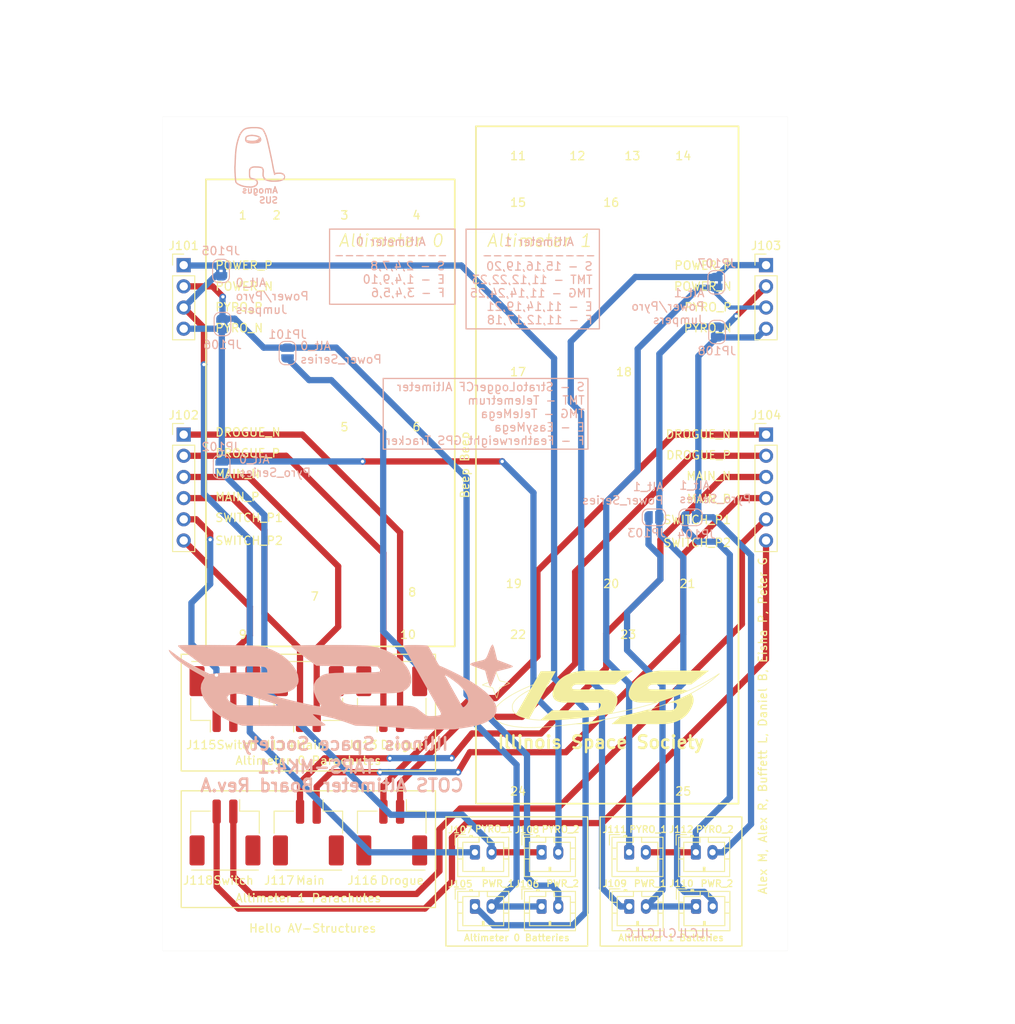
<source format=kicad_pcb>
(kicad_pcb (version 20211014) (generator pcbnew)
  (title_block (title "TARS MK4.1 COTS Altimeter Board") (date "2023-05-19") (rev "A") (comment 4 "Contributors: Peter Giannetos"))
  (layers (0 "F.Cu" signal) (31 "B.Cu" signal) (34 "B.Paste" user) (35 "F.Paste" user) (36 "B.SilkS" user "B.Silkscreen") (37 "F.SilkS" user "F.Silkscreen") (38 "B.Mask" user) (39 "F.Mask" user) (44 "Edge.Cuts" user))
  (net 0 "")
  (net 1 "/ALT_0_POWER_P")
  (net 2 "/ALT_0_POWER_N")
  (net 3 "/ALT_0_PYRO_P")
  (net 4 "/ALT_0_PYRO_N")
  (net 5 "/ALT_0_DROGUE_A")
  (net 6 "/ALT_0_DROGUE_B")
  (net 7 "/ALT_0_MAIN_A")
  (net 8 "/ALT_0_MAIN_B")
  (net 9 "/ALT_0_SWITCH_A")
  (net 10 "/ALT_1_POWER_P")
  (net 11 "/ALT_1_POWER_N")
  (net 12 "/ALT_1_PYRO_P")
  (net 13 "/ALT_1_PYRO_N")
  (net 14 "/ALT_1_DROGUE_A")
  (net 15 "/ALT_1_DROGUE_B")
  (net 16 "/ALT_1_MAIN_A")
  (net 17 "/ALT_1_MAIN_B")
  (net 18 "/ALT_1_SWITCH_A")
  (net 19 "Net-(J105-Pad2)")
  (net 20 "Net-(J107-Pad2)")
  (net 21 "Net-(J109-Pad2)")
  (net 22 "Net-(J111-Pad2)")
  (net 23 "/ALT_0_SWITCH_B")
  (net 24 "/ALT_1_SWITCH_B")
  (footprint "Connector_Molex:Molex_CLIK-Mate_502443-0270_1x02-1MP_P2.00mm_Vertical" (layer "F.Cu") (at 71.5 113)
    (fp_text reference "J115")
    (fp_text value "Molex_CLIK-Mate_502443-0270")
  )
  (footprint "MountingHole:MountingHole_3.2mm_M3_ISO7380" (layer "F.Cu") (at 120.3706 51.670966)
    (fp_text reference "REF**" hide)
    (fp_text value "MountingHole_3.2mm_M3_ISO7380")
  )
  (footprint "Connector_JST:JST_PH_B2B-PH-K_1x02_P2.00mm_Vertical" (layer "F.Cu") (at 101.4746 137.874966)
    (fp_text reference "J105")
    (fp_text value "JST_PH_B2B-PH-K_1x02_P2.00mm_Vertical")
  )
  (footprint "MountingHole:MountingHole_3.2mm_M3_ISO7380" (layer "F.Cu") (at 83.82 53.34)
    (fp_text reference "REF**" hide)
    (fp_text value "MountingHole_3.2mm_M3_ISO7380")
  )
  (footprint "MountingHole:MountingHole_3.2mm_M3_ISO7380" (layer "F.Cu") (at 80.01 53.34)
    (fp_text reference "REF**" hide)
    (fp_text value "MountingHole_3.2mm_M3_ISO7380")
  )
  (footprint "Connector_PinHeader_2.54mm:PinHeader_1x06_P2.54mm_Vertical" (layer "F.Cu") (at 66.548 81.28)
    (fp_text reference "J102")
    (fp_text value "PinHeader_1x06_P2.54mm_Vertical")
  )
  (footprint "Connector_JST:JST_PH_B2B-PH-K_1x02_P2.00mm_Vertical" (layer "F.Cu") (at 109.4746 131.374966)
    (fp_text reference "J108")
    (fp_text value "JST_PH_B2B-PH-K_1x02_P2.00mm_Vertical")
  )
  (footprint "MountingHole:MountingHole_3.2mm_M3_ISO7380" (layer "F.Cu") (at 103.8606 103.740966)
    (fp_text reference "REF**" hide)
    (fp_text value "MountingHole_3.2mm_M3_ISO7380")
  )
  (footprint "Connector_PinHeader_2.54mm:PinHeader_1x04_P2.54mm_Vertical" (layer "F.Cu") (at 66.548 60.96)
    (fp_text reference "J101")
    (fp_text value "PinHeader_1x04_P2.54mm_Vertical")
  )
  (footprint "MountingHole:MountingHole_3.2mm_M3_ISO7380" (layer "F.Cu") (at 71.12 53.34)
    (fp_text reference "REF**" hide)
    (fp_text value "MountingHole_3.2mm_M3_ISO7380")
  )
  (footprint "MountingHole:MountingHole_3.2mm_M3_ISO7380" (layer "F.Cu") (at 122.9106 46.590966)
    (fp_text reference "REF**" hide)
    (fp_text value "MountingHole_3.2mm_M3_ISO7380")
  )
  (footprint "MountingHole:MountingHole_3.2mm_M3_ISO7380" (layer "F.Cu") (at 103.8606 46.590966)
    (fp_text reference "REF**" hide)
    (fp_text value "MountingHole_3.2mm_M3_ISO7380")
  )
  (footprint "Logo_Test:Logo_50x50" (layer "F.Cu") (at 116.531263 112.920859)
    (fp_text reference "G***" hide)
    (fp_text value "LOGO" hide)
  )
  (footprint "MountingHole:MountingHole_3.2mm_M3_ISO7380" (layer "F.Cu") (at 120.3706 97.390966)
    (fp_text reference "REF**" hide)
    (fp_text value "MountingHole_3.2mm_M3_ISO7380")
  )
  (footprint "MountingHole:MountingHole_3.2mm_M3_ISO7380" (layer "F.Cu") (at 129.2606 97.390966)
    (fp_text reference "REF**" hide)
    (fp_text value "MountingHole_3.2mm_M3_ISO7380")
  )
  (footprint "Connector_Molex:Molex_CLIK-Mate_502443-0270_1x02-1MP_P2.00mm_Vertical" (layer "F.Cu") (at 91.5 129 180)
    (fp_text reference "J116")
    (fp_text value "Molex_CLIK-Mate_502443-0270")
  )
  (footprint "MountingHole:MountingHole_3.2mm_M3_ISO7380" (layer "F.Cu") (at 103.8606 51.670966)
    (fp_text reference "REF**" hide)
    (fp_text value "MountingHole_3.2mm_M3_ISO7380")
  )
  (footprint "MountingHole:MountingHole_3.2mm_M3_ISO7380" (layer "F.Cu") (at 103.8606 97.390966)
    (fp_text reference "REF**" hide)
    (fp_text value "MountingHole_3.2mm_M3_ISO7380")
  )
  (footprint "MountingHole:MountingHole_3.2mm_M3_ISO7380" (layer "F.Cu") (at 80.01 99.06)
    (fp_text reference "REF**" hide)
    (fp_text value "MountingHole_3.2mm_M3_ISO7380")
  )
  (footprint "Connector_JST:JST_PH_B2B-PH-K_1x02_P2.00mm_Vertical" (layer "F.Cu") (at 119.9896 137.874966)
    (fp_text reference "J109")
    (fp_text value "JST_PH_B2B-PH-K_1x02_P2.00mm_Vertical")
  )
  (footprint "MountingHole:MountingHole_3.2mm_M3_ISO7380" (layer "F.Cu") (at 103.8606 122.789995)
    (fp_text reference "REF**" hide)
    (fp_text value "MountingHole_3.2mm_M3_ISO7380")
  )
  (footprint "MountingHole:MountingHole_3.2mm_M3_ISO7380" (layer "F.Cu") (at 103.8606 71.990966)
    (fp_text reference "REF**" hide)
    (fp_text value "MountingHole_3.2mm_M3_ISO7380")
  )
  (footprint "MountingHole:MountingHole_3.2mm_M3_ISO7380" (layer "F.Cu") (at 116.5606 46.590966)
    (fp_text reference "REF**" hide)
    (fp_text value "MountingHole_3.2mm_M3_ISO7380")
  )
  (footprint "MountingHole:MountingHole_3.2mm_M3_ISO7380" (layer "F.Cu") (at 136.008 140.18)
    (fp_text reference "REF**" hide)
    (fp_text value "MountingHole_3.2mm_M3_ISO7380")
  )
  (footprint "Connector_JST:JST_PH_B2B-PH-K_1x02_P2.00mm_Vertical" (layer "F.Cu") (at 119.9746 131.374966)
    (fp_text reference "J111")
    (fp_text value "JST_PH_B2B-PH-K_1x02_P2.00mm_Vertical")
  )
  (footprint "Connector_JST:JST_PH_B2B-PH-K_1x02_P2.00mm_Vertical" (layer "F.Cu") (at 127.9746 131.374966)
    (fp_text reference "J112")
    (fp_text value "JST_PH_B2B-PH-K_1x02_P2.00mm_Vertical")
  )
  (footprint "MountingHole:MountingHole_3.2mm_M3_ISO7380" (layer "F.Cu") (at 116.5606 71.990966)
    (fp_text reference "REF**" hide)
    (fp_text value "MountingHole_3.2mm_M3_ISO7380")
  )
  (footprint "Connector_PinHeader_2.54mm:PinHeader_1x04_P2.54mm_Vertical" (layer "F.Cu") (at 136.398 60.96)
    (fp_text reference "J103")
    (fp_text value "PinHeader_1x04_P2.54mm_Vertical")
  )
  (footprint "Connector_Molex:Molex_CLIK-Mate_502443-0270_1x02-1MP_P2.00mm_Vertical" (layer "F.Cu") (at 81.5 129 180)
    (fp_text reference "J117")
    (fp_text value "Molex_CLIK-Mate_502443-0270")
  )
  (footprint "MountingHole:MountingHole_3.2mm_M3_ISO7380" (layer "F.Cu") (at 96.52 104.14)
    (fp_text reference "REF**" hide)
    (fp_text value "MountingHole_3.2mm_M3_ISO7380")
  )
  (footprint "MountingHole:MountingHole_3.2mm_M3_ISO7380" (layer "F.Cu") (at 83.82 78.74)
    (fp_text reference "REF**" hide)
    (fp_text value "MountingHole_3.2mm_M3_ISO7380")
  )
  (footprint "MountingHole:MountingHole_3.2mm_M3_ISO7380" (layer "F.Cu") (at 96.52 99.06)
    (fp_text reference "REF**" hide)
    (fp_text value "MountingHole_3.2mm_M3_ISO7380")
  )
  (footprint "Connector_Molex:Molex_CLIK-Mate_502443-0270_1x02-1MP_P2.00mm_Vertical" (layer "F.Cu") (at 71.5 129 180)
    (fp_text reference "J118")
    (fp_text value "Molex_CLIK-Mate_502443-0270")
  )
  (footprint "MountingHole:MountingHole_3.2mm_M3_ISO7380" (layer "F.Cu") (at 129.2606 46.590966)
    (fp_text reference "REF**" hide)
    (fp_text value "MountingHole_3.2mm_M3_ISO7380")
  )
  (footprint "Connector_Molex:Molex_CLIK-Mate_502443-0270_1x02-1MP_P2.00mm_Vertical" (layer "F.Cu") (at 81.5 113)
    (fp_text reference "J114")
    (fp_text value "Molex_CLIK-Mate_502443-0270")
  )
  (footprint "MountingHole:MountingHole_3.2mm_M3_ISO7380" (layer "F.Cu") (at 96.52 78.74)
    (fp_text reference "REF**" hide)
    (fp_text value "MountingHole_3.2mm_M3_ISO7380")
  )
  (footprint "Connector_JST:JST_PH_B2B-PH-K_1x02_P2.00mm_Vertical" (layer "F.Cu") (at 109.4746 137.874966)
    (fp_text reference "J106")
    (fp_text value "JST_PH_B2B-PH-K_1x02_P2.00mm_Vertical")
  )
  (footprint "Connector_Molex:Molex_CLIK-Mate_502443-0270_1x02-1MP_P2.00mm_Vertical" (layer "F.Cu") (at 91.5 113)
    (fp_text reference "J113")
    (fp_text value "Molex_CLIK-Mate_502443-0270")
  )
  (footprint "MountingHole:MountingHole_3.2mm_M3_ISO7380" (layer "F.Cu") (at 71.12 104.14)
    (fp_text reference "REF**" hide)
    (fp_text value "MountingHole_3.2mm_M3_ISO7380")
  )
  (footprint "MountingHole:MountingHole_3.2mm_M3_ISO7380" (layer "F.Cu") (at 67.008 140.18)
    (fp_text reference "REF**" hide)
    (fp_text value "MountingHole_3.2mm_M3_ISO7380")
  )
  (footprint "MountingHole:MountingHole_3.2mm_M3_ISO7380" (layer "F.Cu") (at 122.9106 103.740966)
    (fp_text reference "REF**" hide)
    (fp_text value "MountingHole_3.2mm_M3_ISO7380")
  )
  (footprint "MountingHole:MountingHole_3.2mm_M3_ISO7380" (layer "F.Cu") (at 67.008 46.18)
    (fp_text reference "REF**" hide)
    (fp_text value "MountingHole_3.2mm_M3_ISO7380")
  )
  (footprint "Connector_JST:JST_PH_B2B-PH-K_1x02_P2.00mm_Vertical" (layer "F.Cu") (at 101.4746 131.374966)
    (fp_text reference "J107")
    (fp_text value "JST_PH_B2B-PH-K_1x02_P2.00mm_Vertical")
  )
  (footprint "Connector_PinHeader_2.54mm:PinHeader_1x06_P2.54mm_Vertical" (layer "F.Cu") (at 136.398 81.28)
    (fp_text reference "J104")
    (fp_text value "PinHeader_1x06_P2.54mm_Vertical")
  )
  (footprint "MountingHole:MountingHole_3.2mm_M3_ISO7380" (layer "F.Cu") (at 96.52 53.34)
    (fp_text reference "REF**" hide)
    (fp_text value "MountingHole_3.2mm_M3_ISO7380")
  )
  (footprint "MountingHole:MountingHole_3.2mm_M3_ISO7380" (layer "F.Cu") (at 136.008 46.18)
    (fp_text reference "REF**" hide)
    (fp_text value "MountingHole_3.2mm_M3_ISO7380")
  )
  (footprint "MountingHole:MountingHole_3.2mm_M3_ISO7380" (layer "F.Cu") (at 129.2606 122.789995)
    (fp_text reference "REF**" hide)
    (fp_text value "MountingHole_3.2mm_M3_ISO7380")
  )
  (footprint "Connector_JST:JST_PH_B2B-PH-K_1x02_P2.00mm_Vertical" (layer "F.Cu") (at 128 137.874966)
    (fp_text reference "J110")
    (fp_text value "JST_PH_B2B-PH-K_1x02_P2.00mm_Vertical")
  )
  (footprint "Jumper:SolderJumper-2_P1.3mm_Bridged2Bar_RoundedPad1.0x1.5mm" (layer "B.Cu") (at 71.2 68.025 -90)
    (fp_text reference "JP106")
    (fp_text value "Jumper_2_Open")
  )
  (footprint "Jumper:SolderJumper-2_P1.3mm_Bridged2Bar_RoundedPad1.0x1.5mm" (layer "B.Cu") (at 71.025 61.65 -90)
    (fp_text reference "JP105")
    (fp_text value "Jumper_2_Open")
  )
  (footprint "Jumper:SolderJumper-2_P1.3mm_Open_RoundedPad1.0x1.5mm" (layer "B.Cu") (at 122.95 91.2 180)
    (fp_text reference "JP103")
    (fp_text value "Jumper_2_Open")
  )
  (footprint "Logos_ISS:ISS_LOGO_small" (layer "B.Cu") (at 84.962914 112.006208 180)
    (fp_text reference "G***" hide)
    (fp_text value "LOGO" hide)
  )
  (footprint "Jumper:SolderJumper-2_P1.3mm_Open_RoundedPad1.0x1.5mm" (layer "B.Cu") (at 79 71.5 -90)
    (fp_text reference "JP101")
    (fp_text value "Jumper_2_Open")
  )
  (footprint "Jumper:SolderJumper-2_P1.3mm_Open_RoundedPad1.0x1.5mm" (layer "B.Cu") (at 71.1 85.15 -90)
    (fp_text reference "JP102")
    (fp_text value "Jumper_2_Open")
  )
  (footprint "Jumper:SolderJumper-2_P1.3mm_Open_RoundedPad1.0x1.5mm" (layer "B.Cu") (at 127.35 91.2 180)
    (fp_text reference "JP104")
    (fp_text value "Jumper_2_Open")
  )
  (footprint "Jumper:SolderJumper-2_P1.3mm_Bridged2Bar_RoundedPad1.0x1.5mm" (layer "B.Cu") (at 130.525 68.975 -90)
    (fp_text reference "JP108")
    (fp_text value "Jumper_2_Open")
  )
  (footprint "memes:Amogus" (layer "B.Cu") (at 75.6446 47.994966 180)
    (fp_text reference "G***" hide)
    (fp_text value "LOGO" hide)
  )
  (footprint "Jumper:SolderJumper-2_P1.3mm_Bridged2Bar_RoundedPad1.0x1.5mm" (layer "B.Cu") (at 130.425 63.025 -90)
    (fp_text reference "JP107")
    (fp_text value "Jumper_2_Open")
  )
  (gr_rect (start 99.0946 65.648966) (end 84.0446 56.630966) (layer "B.SilkS") (width 0.15) (fill none))
  (gr_rect (start 116.4046 68.600966) (end 100.4146 56.644966) (layer "B.SilkS") (width 0.15) (fill none))
  (gr_rect (start 115.0346 83.022966) (end 90.4766 74.546966) (layer "B.SilkS") (width 0.15) (fill none))
  (gr_rect (start 98 142.624966) (end 115 127.124966) (layer "F.SilkS") (width 0.15) (fill none))
  (gr_rect (start 96.75 124) (end 66.25 138) (layer "F.SilkS") (width 0.15) (fill none))
  (gr_rect (start 69.215 50.673) (end 99.06 106.68) (layer "F.SilkS") (width 0.2) (fill none))
  (gr_rect locked (start 101.6 44.308) (end 133.096 125.542) (layer "F.SilkS") (width 0.2) (fill none))
  (gr_rect (start 116.5 142.624966) (end 133.5 127.124966) (layer "F.SilkS") (width 0.15) (fill none))
  (gr_rect (start 96.75 107.624966) (end 66.25 121.624966) (layer "F.SilkS") (width 0.15) (fill none))
  (gr_rect (start 64.008 43.18) (end 139.008 143.18) (layer "Edge.Cuts") (width 0.01) (fill none))
  (gr_text "Alt_1\nPower_Series" (at 124.1946 88.354966) (layer "B.SilkS") (effects (font (size 1 1)) (justify left mirror)))
  (gr_text "Altimeter 0\n-----------" (at 91.3846 58.944966) (layer "B.SilkS") (effects (font (size 1 1)) (justify mirror)))
  (gr_text "Alt_1\nPyro_Series" (at 125.8946 88.184966) (layer "B.SilkS") (effects (font (size 1 1)) (justify right mirror)))
  (gr_text "Alt_0\nPower/Pyro\nJumpers" (at 72.6846 64.674966) (layer "B.SilkS") (effects (font (size 1 1)) (justify right mirror)))
  (gr_text "Alt_1\nPower/Pyro\nJumpers" (at 129.1046 65.904966) (layer "B.SilkS") (effects (font (size 1 1)) (justify left mirror)))
  (gr_text "COTS Altimeter Board Rev.A" (at 84.326286 123.363725) (layer "B.SilkS") (effects (font (size 1.5 1.5) (thickness 0.3)) (justify mirror)))
  (gr_text "Alt_0\nPyro_Series" (at 73.0846 85.034966) (layer "B.SilkS") (effects (font (size 1 1)) (justify right mirror)))
  (gr_text "S - 15,16,19,20\nTMT - 11,12,22,23\nTMG - 11,14,24,25\nE - 11,14,19,21\nF - 11,12,17,18" (at 115.6846 64.314966) (layer "B.SilkS") (effects (font (size 1 1)) (justify left mirror)))
  (gr_text "Illinois Space Society" (at 85.8946 118.384966) (layer "B.SilkS") (effects (font (size 1.5 1.5) (thickness 0.3)) (justify mirror)))
  (gr_text "Altimeter 1\n-----------" (at 109.1546 58.954966) (layer "B.SilkS") (effects (font (size 1 1)) (justify mirror)))
  (gr_text "S - StratoLoggerCF Altimeter\nTMT - Telemetrum\nTMG - TeleMega\nE - EasyMega\nF - Featherweight GPS Tracker" (at 114.7346 78.784966) (layer "B.SilkS") (effects (font (size 1 1)) (justify left mirror)))
  (gr_text "JLCJLCJLCJLC" (at 124.6746 141.084966) (layer "B.SilkS") (effects (font (size 1 1)) (justify mirror)))
  (gr_text "TARS-MK4.1" (at 82.4146 121.134966) (layer "B.SilkS") (effects (font (size 1.5 1.5) (thickness 0.3)) (justify mirror)))
  (gr_text "S - 2,4,7,8\nE - 1,4,9,10\nF - 3,4,5,6" (at 97.9746 62.664966) (layer "B.SilkS") (effects (font (size 1 1)) (justify left mirror)))
  (gr_text "Amogus\nSUS" (at 77.9246 52.564966) (layer "B.SilkS") (effects (font (size 0.75 0.75)) (justify left mirror)))
  (gr_text "Alt_0\nPower_Series" (at 80.4346 71.444966) (layer "B.SilkS") (effects (font (size 1 1)) (justify right mirror)))
  (gr_text "SWITCH_P1" (at 123.988095 91.5) (layer "F.SilkS") (effects (font (size 1 1)) (justify left)))
  (gr_text "6" (at 94.4626 80.372966) (layer "F.SilkS") (effects (font (size 1 1))))
  (gr_text "Switch" (at 72.8992 118.5) (layer "F.SilkS") (effects (font (size 1 1))))
  (gr_text "POWER_P" (at 125.309524 61) (layer "F.SilkS") (effects (font (size 1 1)) (justify left)))
  (gr_text "Altimeter 0" (at 91.4146 58.020966) (layer "F.SilkS") (effects (font (size 1.5 1.5) (thickness 0.15) italic)))
  (gr_text "POWER_P" (at 70.25 61) (layer "F.SilkS") (effects (font (size 1 1)) (justify left)))
  (gr_text "POWER_N" (at 125.261905 63.5) (layer "F.SilkS") (effects (font (size 1 1)) (justify left)))
  (gr_text "12" (at 113.7666 47.860966) (layer "F.SilkS") (effects (font (size 1 1))))
  (gr_text "19" (at 106.1466 99.168966) (layer "F.SilkS") (effects (font (size 1 1))))
  (gr_text "5" (at 85.8266 80.372966) (layer "F.SilkS") (effects (font (size 1 1))))
  (gr_text "PYRO_1" (at 103.75 128.574966) (layer "F.SilkS") (effects (font (size 0.8 0.8))))
  (gr_text "Altimeter 1" (at 109.1946 58.020966) (layer "F.SilkS") (effects (font (size 1.5 1.5) (thickness 0.15) italic)))
  (gr_text "MAIN_P" (at 126.797619 89) (layer "F.SilkS") (effects (font (size 1 1)) (justify left)))
  (gr_text "10" (at 93.4466 105.264966) (layer "F.SilkS") (effects (font (size 1 1))))
  (gr_text "Main" (at 81.75 118.5) (layer "F.SilkS") (effects (font (size 1 1))))
  (gr_text "DROGUE_N" (at 70.25 81) (layer "F.SilkS") (effects (font (size 1 1)) (justify left)))
  (gr_text "2" (at 77.6986 54.972966) (layer "F.SilkS") (effects (font (size 1 1))))
  (gr_text "14" (at 126.4666 47.860966) (layer "F.SilkS") (effects (font (size 1 1))))
  (gr_text "11" (at 106.6546 47.860966) (layer "F.SilkS") (effects (font (size 1 1))))
  (gr_text "Alex M, Alex R, Buffett L, Daniel B, Eisha P, Peter G" (at 136.0046 116.194966 90) (layer "F.SilkS") (effects (font (size 1 1))))
  (gr_text "18" (at 119.3546 73.768966) (layer "F.SilkS") (effects (font (size 1 1))))
  (gr_text "7" (at 82.2706 100.692966) (layer "F.SilkS") (effects (font (size 1 1))))
  (gr_text "Switch" (at 72.5246 134.75) (layer "F.SilkS") (effects (font (size 1 1))))
  (gr_text "PYRO_1\n" (at 122.25 128.624966) (layer "F.SilkS") (effects (font (size 0.8 0.8))))
  (gr_text "Illinois Space Society" (at 116.5946 118.174966) (layer "F.SilkS") (effects (font (size 1.5 1.5) (thickness 0.3))))
  (gr_text "25" (at 126.4666 124.060966) (layer "F.SilkS") (effects (font (size 1 1))))
  (gr_text "DROGUE_P" (at 70.25 83.5) (layer "F.SilkS") (effects (font (size 1 1)) (justify left)))
  (gr_text "PYRO_N" (at 70.25 68.5) (layer "F.SilkS") (effects (font (size 1 1)) (justify left)))
  (gr_text "13" (at 120.3706 47.860966) (layer "F.SilkS") (effects (font (size 1 1))))
  (gr_text "PWR_2" (at 130.5 135.124966) (layer "F.SilkS") (effects (font (size 0.8 0.8))))
  (gr_text "3" (at 85.8266 54.972966) (layer "F.SilkS") (effects (font (size 1 1))))
  (gr_text "15" (at 106.6546 53.448966) (layer "F.SilkS") (effects (font (size 1 1))))
  (gr_text "DROGUE_N" (at 124.273809 81.25) (layer "F.SilkS") (effects (font (size 1 1)) (justify left)))
  (gr_text "PWR_1" (at 122.5 135.124966) (layer "F.SilkS") (effects (font (size 0.8 0.8))))
  (gr_text "1" (at 73.6346 54.972966) (layer "F.SilkS") (effects (font (size 1 1))))
  (gr_text "23" (at 119.8626 105.264966) (layer "F.SilkS") (effects (font (size 1 1))))
  (gr_text "Drogue" (at 92.75 118.5) (layer "F.SilkS") (effects (font (size 1 1))))
  (gr_text "PWR_2\n" (at 112 135.124966) (layer "F.SilkS") (effects (font (size 0.8 0.8))))
  (gr_text "PYRO_2\n" (at 130.25 128.624966) (layer "F.SilkS") (effects (font (size 0.8 0.8))))
  (gr_text "MAIN_N" (at 126.75 86.25) (layer "F.SilkS") (effects (font (size 1 1)) (justify left)))
  (gr_text "20" (at 117.8306 99.168966) (layer "F.SilkS") (effects (font (size 1 1))))
  (gr_text "Main" (at 81.75 134.75) (layer "F.SilkS") (effects (font (size 1 1))))
  (gr_text "16" (at 117.8306 53.448966) (layer "F.SilkS") (effects (font (size 1 1))))
  (gr_text "DROGUE_P" (at 124.321428 83.75) (layer "F.SilkS") (effects (font (size 1 1)) (justify left)))
  (gr_text "PYRO_P" (at 126.5 66) (layer "F.SilkS") (effects (font (size 1 1)) (justify left)))
  (gr_text "MAIN_P" (at 70.25 88.75) (layer "F.SilkS") (effects (font (size 1 1)) (justify left)))
  (gr_text "POWER_N" (at 70.25 63.5) (layer "F.SilkS") (effects (font (size 1 1)) (justify left)))
  (gr_text "PYRO_2" (at 111.75 128.624966) (layer "F.SilkS") (effects (font (size 0.8 0.8))))
  (gr_text "17" (at 106.6546 73.768966) (layer "F.SilkS") (effects (font (size 1 1))))
  (gr_text "SWITCH_P2" (at 123.988095 94.25) (layer "F.SilkS") (effects (font (size 1 1)) (justify left)))
  (gr_text "8" (at 93.9546 100.184966) (layer "F.SilkS") (effects (font (size 1 1))))
  (gr_text "PYRO_P" (at 70.25 66) (layer "F.SilkS") (effects (font (size 1 1)) (justify left)))
  (gr_text "Beep Beep" (at 100.2746 84.914966 90) (layer "F.SilkS") (effects (font (size 1 1))))
  (gr_text "9" (at 73.6346 105.264966) (layer "F.SilkS") (effects (font (size 1 1))))
  (gr_text "Altimeter 0 Batteries\n" (at 106.5 141.624966) (layer "F.SilkS") (effects (font (size 0.8 0.8))))
  (gr_text "Altimeter 1 Parachutes" (at 81.5 136.874966) (layer "F.SilkS") (effects (font (size 1 1))))
  (gr_text "Hello AV-Structures" (at 82.0146 140.494966) (layer "F.SilkS") (effects (font (size 1 1))))
  (gr_text "PWR_1" (at 104.25 135.124966) (layer "F.SilkS") (effects (font (size 0.8 0.8))))
  (gr_text "22" (at 106.6546 105.264966) (layer "F.SilkS") (effects (font (size 1 1))))
  (gr_text "PYRO_N" (at 126.452381 68.5) (layer "F.SilkS") (effects (font (size 1 1)) (justify left)))
  (gr_text "4" (at 94.4626 54.972966) (layer "F.SilkS") (effects (font (size 1 1))))
  (gr_text "SWITCH_P2" (at 70.25 94) (layer "F.SilkS") (effects (font (size 1 1)) (justify left)))
  (gr_text "SWITCH_P1" (at 70.25 91.25) (layer "F.SilkS") (effects (font (size 1 1)) (justify left)))
  (gr_text "24" (at 106.6546 124.060966) (layer "F.SilkS") (effects (font (size 1 1))))
  (gr_text "Altimeter 0 Parachutes" (at 81.5 120.374966) (layer "F.SilkS") (effects (font (size 1 1))))
  (gr_text "21" (at 126.9746 99.168966) (layer "F.SilkS") (effects (font (size 1 1))))
  (gr_text "Drogue" (at 92.75 134.75) (layer "F.SilkS") (effects (font (size 1 1))))
  (gr_text "Altimeter 1 Batteries\n" (at 125 141.624966) (layer "F.SilkS") (effects (font (size 0.8 0.8))))
  (gr_text "MAIN_N" (at 70.25 86) (layer "F.SilkS") (effects (font (size 1 1)) (justify left)))
  (segment (start 71.025 61) (end 66.588 61) (width 0.75) (layer "B.Cu") (net 1))
  (segment (start 114.75 138.599566) (end 114.75 114.25) (width 0.75) (layer "B.Cu") (net 1))
  (segment (start 113.2246 140.124966) (end 114.75 138.599566) (width 0.75) (layer "B.Cu") (net 1))
  (segment (start 101.4746 137.874966) (end 103.7246 140.124966) (width 0.75) (layer "B.Cu") (net 1))
  (segment (start 103.7246 140.124966) (end 113.2246 140.124966) (width 0.75) (layer "B.Cu") (net 1))
  (segment (start 110.9746 72.124966) (end 99.849634 61) (width 0.75) (layer "B.Cu") (net 1))
  (segment (start 110.9746 110.4746) (end 110.9746 72.124966) (width 0.75) (layer "B.Cu") (net 1))
  (segment (start 114.75 114.25) (end 110.9746 110.4746) (width 0.75) (layer "B.Cu") (net 1))
  (segment (start 66.588 61) (end 66.548 60.96) (width 0.5) (layer "B.Cu") (net 1))
  (segment (start 99.849634 61) (end 71.025 61) (width 0.75) (layer "B.Cu") (net 1))
  (segment (start 70 63.5) (end 66.548 63.5) (width 0.75) (layer "F.Cu") (net 2))
  (segment (start 71.25 64.75) (end 70 63.5) (width 0.75) (layer "F.Cu") (net 2))
  (via (at 71.25 64.75) (size 0.75) (drill 0.4) (layers "F.Cu" "B.Cu") (net 2))
  (segment (start 111.4746 137.874966) (end 111.4746 136.124966) (width 0.75) (layer "B.Cu") (net 2))
  (segment (start 108.7246 135.374966) (end 107.7246 134.374966) (width 0.75) (layer "B.Cu") (net 2))
  (segment (start 107.7246 119.7246) (end 100.4746 112.4746) (width 0.75) (layer "B.Cu") (net 2))
  (segment (start 111.4746 136.124966) (end 110.7246 135.374966) (width 0.75) (layer "B.Cu") (net 2))
  (segment (start 84.85 70.85) (end 79 70.85) (width 0.75) (layer "B.Cu") (net 2))
  (segment (start 71.2 64.8) (end 71.25 64.75) (width 0.75) (layer "B.Cu") (net 2))
  (segment (start 100.4746 86.4746) (end 84.85 70.85) (width 0.75) (layer "B.Cu") (net 2))
  (segment (start 72.675 67.375) (end 71.2 67.375) (width 0.75) (layer "B.Cu") (net 2))
  (segment (start 110.7246 135.374966) (end 108.7246 135.374966) (width 0.75) (layer "B.Cu") (net 2))
  (segment (start 71.2 67.375) (end 71.2 64.8) (width 0.75) (layer "B.Cu") (net 2))
  (segment (start 76.15 70.85) (end 72.675 67.375) (width 0.75) (layer "B.Cu") (net 2))
  (segment (start 100.4746 112.4746) (end 100.4746 86.4746) (width 0.75) (layer "B.Cu") (net 2))
  (segment (start 107.7246 134.374966) (end 107.7246 119.7246) (width 0.75) (layer "B.Cu") (net 2))
  (segment (start 79 70.85) (end 76.15 70.85) (width 0.75) (layer "B.Cu") (net 2))
  (segment (start 66.548 66.04) (end 68.9746 68.4666) (width 0.75) (layer "F.Cu") (net 3))
  (segment (start 68.9746 68.4666) (end 68.9746 72.874966) (width 0.75) (layer "F.Cu") (net 3))
  (via (at 68.9746 72.874966) (size 0.8) (drill 0.4) (layers "F.Cu" "B.Cu") (net 3))
  (segment (start 74.4746 116.9746) (end 88.874966 131.374966) (width 0.75) (layer "B.Cu") (net 3))
  (segment (start 68.9746 88.374966) (end 74.4746 93.874966) (width 0.75) (layer "B.Cu") (net 3))
  (segment (start 88.874966 131.374966) (end 101.4746 131.374966) (width 0.75) (layer "B.Cu") (net 3))
  (segment (start 70.288 62.3) (end 66.548 66.04) (width 0.75) (layer "B.Cu") (net 3))
  (segment (start 68.9746 72.874966) (end 68.9746 88.374966) (width 0.75) (layer "B.Cu") (net 3))
  (segment (start 71.025 62.3) (end 70.288 62.3) (width 0.2) (layer "B.Cu") (net 3))
  (segment (start 74.4746 93.874966) (end 74.4746 116.9746) (width 0.75) (layer "B.Cu") (net 3))
  (segment (start 88 84.5) (end 104.75 84.5) (width 0.75) (layer "F.Cu") (net 4))
  (via (at 104.75 84.5) (size 0.8) (drill 0.4) (layers "F.Cu" "B.Cu") (net 4))
  (via (at 88 84.5) (size 0.8) (drill 0.4) (layers "F.Cu" "B.Cu") (net 4))
  (segment (start 71.12 84.48) (end 71.1 84.5) (width 0.75) (layer "B.Cu") (net 4))
  (segment (start 71.12 68.755) (end 71.12 84.48) (width 0.75) (layer "B.Cu") (net 4))
  (segment (start 71.1 84.5) (end 88 84.5) (width 0.75) (layer "B.Cu") (net 4))
  (segment (start 71.105 68.58) (end 66.548 68.58) (width 0.75) (layer "B.Cu") (net 4))
  (segment (start 111.5 131.349566) (end 111.4746 131.374966) (width 0.75) (layer "B.Cu") (net 4))
  (segment (start 71.2 68.675) (end 71.105 68.58) (width 0.75) (layer "B.Cu") (net 4))
  (segment (start 111.5 115.5) (end 111.5 131.349566) (width 0.75) (layer "B.Cu") (net 4))
  (segment (start 108.5 112.5) (end 111.5 115.5) (width 0.75) (layer "B.Cu") (net 4))
  (segment (start 104.75 84.5) (end 108.5 88.25) (width 0.75) (layer "B.Cu") (net 4))
  (segment (start 108.5 88.25) (end 108.5 112.5) (width 0.75) (layer "B.Cu") (net 4))
  (segment (start 71.2 68.675) (end 71.12 68.755) (width 0.75) (layer "B.Cu") (net 4))
  (segment (start 92.5 116) (end 92.5 93) (width 0.75) (layer "F.Cu") (net 5))
  (segment (start 80.78 81.28) (end 66.548 81.28) (width 0.75) (layer "F.Cu") (net 5))
  (segment (start 92.5 93) (end 80.78 81.28) (width 0.75) (layer "F.Cu") (net 5))
  (segment (start 90.5 116) (end 90.5 95.5) (width 0.75) (layer "F.Cu") (net 6))
  (segment (start 78.82 83.82) (end 66.548 83.82) (width 0.75) (layer "F.Cu") (net 6))
  (segment (start 90.5 95.5) (end 78.82 83.82) (width 0.75) (layer "F.Cu") (net 6))
  (segment (start 85.075 104.333024) (end 85.075 97.075) (width 0.75) (layer "F.Cu") (net 7))
  (segment (start 82.5 116) (end 82.5 106.908024) (width 0.75) (layer "F.Cu") (net 7))
  (segment (start 82.5 106.908024) (end 85.075 104.333024) (width 0.75) (layer "F.Cu") (net 7))
  (segment (start 85.075 97.075) (end 74.36 86.36) (width 0.75) (layer "F.Cu") (net 7))
  (segment (start 74.36 86.36) (end 66.548 86.36) (width 0.75) (layer "F.Cu") (net 7))
  (segment (start 76.2246 102.7246) (end 80.5 107) (width 0.75) (layer "F.Cu") (net 8))
  (segment (start 76.2246 92.7246) (end 76.2246 102.7246) (width 0.75) (layer "F.Cu") (net 8))
  (segment (start 72.4 88.9) (end 76.2246 92.7246) (width 0.75) (layer "F.Cu") (net 8))
  (segment (start 66.548 88.9) (end 72.4 88.9) (width 0.75) (layer "F.Cu") (net 8))
  (segment (start 80.5 107) (end 80.5 116) (width 0.75) (layer "F.Cu") (net 8))
  (segment (start 70.4746 110.124966) (end 70.4746 115.4746) (width 0.75) (layer "F.Cu") (net 9))
  (segment (start 68.039634 91.44) (end 66.548 91.44) (width 0.75) (layer "F.Cu") (net 9))
  (segment (start 69.7246 93.874966) (end 69.7246 93.124966) (width 0.75) (layer "F.Cu") (net 9))
  (segment (start 69.7246 93.124966) (end 68.039634 91.44) (width 0.75) (layer "F.Cu") (net 9))
  (segment (start 70.4746 115.4746) (end 70.5 115.5) (width 0.75) (layer "F.Cu") (net 9))
  (via (at 70.4746 110.124966) (size 0.8) (drill 0.4) (layers "F.Cu" "B.Cu") (net 9))
  (via (at 69.7246 93.874966) (size 0.8) (drill 0.4) (layers "F.Cu" "B.Cu") (net 9))
  (segment (start 67.4746 106.374966) (end 70.4746 109.374966) (width 0.75) (layer "B.Cu") (net 9))
  (segment (start 69.7246 99.211399) (end 67.4746 101.461399) (width 0.75) (layer "B.Cu") (net 9))
  (segment (start 67.4746 101.461399) (end 67.4746 106.374966) (width 0.75) (layer "B.Cu") (net 9))
  (segment (start 69.7246 93.874966) (end 69.7246 99.211399) (width 0.75) (layer "B.Cu") (net 9))
  (segment (start 70.4746 109.374966) (end 70.4746 110.124966) (width 0.75) (layer "B.Cu") (net 9))
  (segment (start 116.7246 135.654966) (end 118.9446 137.874966) (width 0.75) (layer "B.Cu") (net 10))
  (segment (start 112.9746 77.427629) (end 114.2246 78.677629) (width 0.75) (layer "B.Cu") (net 10))
  (segment (start 118.9446 137.874966) (end 119.9896 137.874966) (width 0.75) (layer "B.Cu") (net 10))
  (segment (start 112.9746 70.124966) (end 112.9746 77.427629) (width 0.75) (layer "B.Cu") (net 10))
  (segment (start 130.425 62.375) (end 120.724566 62.375) (width 0.75) (layer "B.Cu") (net 10))
  (segment (start 114.2246 78.677629) (end 114.2246 109.624966) (width 0.75) (layer "B.Cu") (net 10))
  (segment (start 130.425 62.375) (end 131.84 60.96) (width 0.75) (layer "B.Cu") (net 10))
  (segment (start 114.2246 109.624966) (end 116.7246 112.124966) (width 0.75) (layer "B.Cu") (net 10))
  (segment (start 116.7246 112.124966) (end 116.7246 135.654966) (width 0.75) (layer "B.Cu") (net 10))
  (segment (start 120.724566 62.375) (end 112.9746 70.124966) (width 0.75) (layer "B.Cu") (net 10))
  (segment (start 131.84 60.96) (end 136.398 60.96) (width 0.75) (layer "B.Cu") (net 10))
  (segment (start 136.398 63.502) (end 132.825 67.075) (width 0.75) (layer "F.Cu") (net 11))
  (segment (start 136.398 63.5) (end 136.398 63.502) (width 0.75) (layer "F.Cu") (net 11))
  (via (at 132.825 67.075) (size 0.8) (drill 0.4) (layers "F.Cu" "B.Cu") (net 11))
  (segment (start 132.825 67.075) (end 131.575 68.325) (width 0.75) (layer "B.Cu") (net 11))
  (segment (start 126.881414 68.325) (end 123.6 71.606414) (width 0.75) (layer "B.Cu") (net 11))
  (segment (start 128.9746 136.124966) (end 130 137.150366) (width 0.75) (layer "B.Cu") (net 11))
  (segment (start 125.7246 111.837683) (end 125.7246 135.221125) (width 0.75) (layer "B.Cu") (net 11))
  (segment (start 123.6 93.175) (end 126.4746 96.0496) (width 0.75) (layer "B.Cu") (net 11))
  (segment (start 130.525 68.325) (end 126.881414 68.325) (width 0.75) (layer "B.Cu") (net 11))
  (segment (start 123.6 71.606414) (end 123.6 91.2) (width 0.75) (layer "B.Cu") (net 11))
  (segment (start 126.4746 111.087683) (end 125.7246 111.837683) (width 0.75) (layer "B.Cu") (net 11))
  (segment (start 125.7246 135.221125) (end 126.628441 136.124966) (width 0.75) (layer "B.Cu") (net 11))
  (segment (start 123.6 91.2) (end 123.6 93.175) (width 0.75) (layer "B.Cu") (net 11))
  (segment (start 131.575 68.325) (end 130.525 68.325) (width 0.75) (layer "B.Cu") (net 11))
  (segment (start 126.628441 136.124966) (end 128.9746 136.124966) (width 0.75) (layer "B.Cu") (net 11))
  (segment (start 126.4746 96.0496) (end 126.4746 111.087683) (width 0.75) (layer "B.Cu") (net 11))
  (segment (start 117.2246 89.374966) (end 117.2246 108.374966) (width 0.75) (layer "B.Cu") (net 12))
  (segment (start 117.2246 108.374966) (end 119.9746 111.124966) (width 0.75) (layer "B.Cu") (net 12))
  (segment (start 128.325 63.675) (end 121 71) (width 0.75) (layer "B.Cu") (net 12))
  (segment (start 121 71) (end 121 85.599566) (width 0.75) (layer "B.Cu") (net 12))
  (segment (start 119.9746 111.124966) (end 119.9746 131.374966) (width 0.75) (layer "B.Cu") (net 12))
  (segment (start 130.425 63.675) (end 130.425 64.4) (width 0.5) (layer "B.Cu") (net 12))
  (segment (start 130.425 64.4) (end 132.065 66.04) (width 0.5) (layer "B.Cu") (net 12))
  (segment (start 130.425 63.675) (end 128.325 63.675) (width 0.75) (layer "B.Cu") (net 12))
  (segment (start 121 85.599566) (end 117.2246 89.374966) (width 0.75) (layer "B.Cu") (net 12))
  (segment (start 132.065 66.04) (end 136.398 66.04) (width 0.5) (layer "B.Cu") (net 12))
  (segment (start 130.525 69.625) (end 128.275 71.875) (width 0.75) (layer "B.Cu") (net 13))
  (segment (start 128 91.2) (end 130.049634 91.2) (width 0.75) (layer "B.Cu") (net 13))
  (segment (start 134.5946 128.004966) (end 131.2246 131.374966) (width 0.75) (layer "B.Cu") (net 13))
  (segment (start 128.275 71.875) (end 128.275 90.925) (width 0.75) (layer "B.Cu") (net 13))
  (segment (start 130.049634 91.2) (end 134.5946 95.744966) (width 0.75) (layer "B.Cu") (net 13))
  (segment (start 130.525 69.625) (end 135.353 69.625) (width 0.75) (layer "B.Cu") (net 13))
  (segment (start 131.2246 131.374966) (end 129.9746 131.374966) (width 0.75) (layer "B.Cu") (net 13))
  (segment (start 134.5946 95.744966) (end 134.5946 128.004966) (width 0.75) (layer "B.Cu") (net 13))
  (segment (start 135.353 69.625) (end 136.398 68.58) (width 0.75) (layer "B.Cu") (net 13))
  (segment (start 128.275 90.925) (end 128 91.2) (width 0.75) (layer "B.Cu") (net 13))
  (segment (start 90.5 123.369566) (end 100.9946 112.874966) (width 0.75) (layer "F.Cu") (net 14))
  (segment (start 108.9746 97.624966) (end 125.319566 81.28) (width 0.75) (layer "F.Cu") (net 14))
  (segment (start 108.9746 107.874966) (end 108.9746 97.624966) (width 0.75) (layer "F.Cu") (net 14))
  (segment (start 103.9746 112.874966) (end 108.9746 107.874966) (width 0.75) (layer "F.Cu") (net 14))
  (segment (start 125.319566 81.28) (end 136.398 81.28) (width 0.75) (layer "F.Cu") (net 14))
  (segment (start 90.5 126.5) (end 90.5 123.369566) (width 0.75) (layer "F.Cu") (net 14))
  (segment (start 100.9946 112.874966) (end 103.9746 112.874966) (width 0.75) (layer "F.Cu") (net 14))
  (segment (start 107.125034 115.124966) (end 113.5 108.75) (width 0.75) (layer "F.Cu") (net 15))
  (segment (start 92.5 123.099566) (end 100.4746 115.124966) (width 0.75) (layer "F.Cu") (net 15))
  (segment (start 127.43 83.82) (end 136.398 83.82) (width 0.75) (layer "F.Cu") (net 15))
  (segment (start 92.5 126.5) (end 92.5 123.099566) (width 0.75) (layer "F.Cu") (net 15))
  (segment (start 100.4746 115.124966) (end 107.125034 115.124966) (width 0.75) (layer "F.Cu") (net 15))
  (segment (start 113.5 108.75) (end 113.5 97.75) (width 0.75) (layer "F.Cu") (net 15))
  (segment (start 113.5 97.75) (end 127.43 83.82) (width 0.75) (layer "F.Cu") (net 15))
  (segment (start 109.375034 117.124966) (end 117.2246 109.2754) (width 0.75) (layer "F.Cu") (net 16))
  (segment (start 117.2246 109.2754) (end 117.2246 105.124966) (width 0.75) (layer "F.Cu") (net 16))
  (segment (start 131.239566 86.36) (end 136.398 86.36) (width 0.75) (layer "F.Cu") (net 16))
  (segment (start 80.5 123.039566) (end 80.5 126.5) (width 0.75) (layer "F.Cu") (net 16))
  (segment (start 83.4346 120.104966) (end 80.5 123.039566) (width 0.75) (layer "F.Cu") (net 16))
  (segment (start 101.125034 117.124966) (end 109.375034 117.124966) (width 0.75) (layer "F.Cu") (net 16))
  (segment (start 123.7246 93.874966) (end 131.239566 86.36) (width 0.75) (layer "F.Cu") (net 16))
  (segment (start 91.2746 120.104966) (end 83.4346 120.104966) (width 0.75) (layer "F.Cu") (net 16))
  (segment (start 98.6846 120.084966) (end 101.125034 117.124966) (width 0.75) (layer "F.Cu") (net 16))
  (segment (start 123.7246 98.624966) (end 123.7246 93.874966) (width 0.75) (layer "F.Cu") (net 16))
  (segment (start 117.2246 105.124966) (end 123.7246 98.624966) (width 0.75) (layer "F.Cu") (net 16))
  (via (at 98.6846 120.084966) (size 0.8) (drill 0.4) (layers "F.Cu" "B.Cu") (net 16))
  (via (at 91.2746 120.104966) (size 0.8) (drill 0.4) (layers "F.Cu" "B.Cu") (net 16))
  (segment (start 98.6846 120.084966) (end 91.2946 120.084966) (width 0.75) (layer "B.Cu") (net 16))
  (segment (start 91.2946 120.084966) (end 91.2746 120.104966) (width 0.75) (layer "B.Cu") (net 16))
  (segment (start 90.0946 121.774966) (end 84.225034 121.774966) (width 0.75) (layer "F.Cu") (net 17))
  (segment (start 84.225034 121.774966) (end 82.5 123.5) (width 0.75) (layer "F.Cu") (net 17))
  (segment (start 126.4746 105.2754) (end 126.4746 95.624966) (width 0.75) (layer "F.Cu") (net 17))
  (segment (start 112.375034 119.374966) (end 126.4746 105.2754) (width 0.75) (layer "F.Cu") (net 17))
  (segment (start 82.5 123.5) (end 82.5 126.5) (width 0.75) (layer "F.Cu") (net 17))
  (segment (start 100.875034 119.374966) (end 112.375034 119.374966) (width 0.75) (layer "F.Cu") (net 17))
  (segment (start 133.199566 88.9) (end 136.398 88.9) (width 0.75) (layer "F.Cu") (net 17))
  (segment (start 99.4546 121.764966) (end 100.875034 119.374966) (width 0.75) (layer "F.Cu") (net 17))
  (segment (start 126.4746 95.624966) (end 133.199566 88.9) (width 0.75) (layer "F.Cu") (net 17))
  (via (at 90.0946 121.774966) (size 0.8) (drill 0.4) (layers "F.Cu" "B.Cu") (net 17))
  (via (at 99.4546 121.764966) (size 0.8) (drill 0.4) (layers "F.Cu" "B.Cu") (net 17))
  (segment (start 99.4546 121.764966) (end 91.1446 121.764966) (width 0.75) (layer "B.Cu") (net 17))
  (segment (start 90.1046 121.764966) (end 90.0946 121.774966) (width 0.75) (layer "B.Cu") (net 17))
  (segment (start 91.1446 121.764966) (end 90.1046 121.764966) (width 0.75) (layer "B.Cu") (net 17))
  (segment (start 97.2246 133.624966) (end 94.4746 136.374966) (width 0.75) (layer "F.Cu") (net 18))
  (segment (start 72.5 134.25) (end 72.5 126.5) (width 0.75) (layer "F.Cu") (net 18))
  (segment (start 74.624966 136.374966) (end 72.5 134.25) (width 0.75) (layer "F.Cu") (net 18))
  (segment (start 133.5 94.338) (end 133.5 104) (width 0.75) (layer "F.Cu") (net 18))
  (segment (start 94.4746 136.374966) (end 74.624966 136.374966) (width 0.75) (layer "F.Cu") (net 18))
  (segment (start 111.375034 126.124966) (end 99.7246 126.124966) (width 0.75) (layer "F.Cu") (net 18))
  (segment (start 99.7246 126.124966) (end 97.2246 128.624966) (width 0.75) (layer "F.Cu") (net 18))
  (segment (start 133.5 104) (end 111.375034 126.124966) (width 0.75) (layer "F.Cu") (net 18))
  (segment (start 136.398 91.44) (end 133.5 94.338) (width 0.75) (layer "F.Cu") (net 18))
  (segment (start 97.2246 128.624966) (end 97.2246 133.624966) (width 0.75) (layer "F.Cu") (net 18))
  (segment (start 103.4746 137.874966) (end 109.4746 137.874966) (width 0.75) (layer "B.Cu") (net 19))
  (segment (start 90.4746 80.9746) (end 90.4746 104.874966) (width 0.75) (layer "B.Cu") (net 19))
  (segment (start 84.25 74.75) (end 90.4746 80.9746) (width 0.75) (layer "B.Cu") (net 19))
  (segment (start 106.4746 134.874966) (end 103.4746 137.874966) (width 0.75) (layer "B.Cu") (net 19))
  (segment (start 81.6 74.75) (end 84.25 74.75) (width 0.75) (layer "B.Cu") (net 19))
  (segment (start 106.4746 120.874966) (end 106.4746 134.874966) (width 0.75) (layer "B.Cu") (net 19))
  (segment (start 90.4746 104.874966) (end 106.4746 120.874966) (width 0.75) (layer "B.Cu") (net 19))
  (segment (start 79 72.15) (end 81.6 74.75) (width 0.75) (layer "B.Cu") (net 19))
  (segment (start 109.4746 131.374966) (end 103.4746 131.374966) (width 0.75) (layer "F.Cu") (net 20))
  (segment (start 71.1 85.8) (end 76.2246 90.9246) (width 0.75) (layer "B.Cu") (net 20))
  (segment (start 76.2246 90.9246) (end 76.2246 111.7246) (width 0.75) (layer "B.Cu") (net 20))
  (segment (start 99.9746 126.874966) (end 103.4746 130.374966) (width 0.75) (layer "B.Cu") (net 20))
  (segment (start 76.2246 111.7246) (end 91.374966 126.874966) (width 0.75) (layer "B.Cu") (net 20))
  (segment (start 103.4746 130.374966) (end 103.4746 131.374966) (width 0.75) (layer "B.Cu") (net 20))
  (segment (start 91.374966 126.874966) (end 99.9746 126.874966) (width 0.75) (layer "B.Cu") (net 20))
  (segment (start 123.7246 98.624966) (end 119.7246 102.624966) (width 0.75) (layer "B.Cu") (net 21))
  (segment (start 122.3 94.450366) (end 123.7246 95.874966) (width 0.75) (layer "B.Cu") (net 21))
  (segment (start 119.7246 107.124966) (end 123.9746 111.374966) (width 0.75) (layer "B.Cu") (net 21))
  (segment (start 119.7246 102.624966) (end 119.7246 107.124966) (width 0.75) (layer "B.Cu") (net 21))
  (segment (start 123.9746 111.374966) (end 123.9746 135.889966) (width 0.75) (layer "B.Cu") (net 21))
  (segment (start 122.3 91.2) (end 122.3 94.450366) (width 0.75) (layer "B.Cu") (net 21))
  (segment (start 123.9746 135.889966) (end 121.9896 137.874966) (width 0.75) (layer "B.Cu") (net 21))
  (segment (start 121.9896 137.874966) (end 128 137.874966) (width 0.75) (layer "B.Cu") (net 21))
  (segment (start 123.7246 95.874966) (end 123.7246 98.624966) (width 0.75) (layer "B.Cu") (net 21))
  (segment (start 121.9746 131.374966) (end 127.9746 131.374966) (width 0.75) (layer "F.Cu") (net 22))
  (segment (start 132.0546 124.794966) (end 127.9746 128.874966) (width 0.75) (layer "B.Cu") (net 22))
  (segment (start 132.0546 95.704966) (end 132.0546 124.794966) (width 0.75) (layer "B.Cu") (net 22))
  (segment (start 126.7 91.2) (end 126.7 92.600366) (width 0.75) (layer "B.Cu") (net 22))
  (segment (start 130.4746 94.124966) (end 132.0546 95.704966) (width 0.75) (layer "B.Cu") (net 22))
  (segment (start 127.9746 128.874966) (end 127.9746 131.374966) (width 0.75) (layer "B.Cu") (net 22))
  (segment (start 128.2246 94.124966) (end 130.4746 94.124966) (width 0.75) (layer "B.Cu") (net 22))
  (segment (start 126.7 92.600366) (end 128.2246 94.124966) (width 0.75) (layer "B.Cu") (net 22))
  (segment (start 74.4746 101.9066) (end 66.548 93.98) (width 0.75) (layer "F.Cu") (net 23))
  (segment (start 72.5 115.5) (end 72.5 107.349566) (width 0.75) (layer "F.Cu") (net 23))
  (segment (start 72.5 107.349566) (end 74.4746 105.374966) (width 0.75) (layer "F.Cu") (net 23))
  (segment (start 74.4746 105.374966) (end 74.4746 101.9066) (width 0.75) (layer "F.Cu") (net 23))
  (segment (start 95.4746 138.124966) (end 73.124966 138.124966) (width 0.75) (layer "F.Cu") (net 24))
  (segment (start 98.7246 134.874966) (end 95.4746 138.124966) (width 0.75) (layer "F.Cu") (net 24))
  (segment (start 70.5 135.5) (end 70.5 126.5) (width 0.75) (layer "F.Cu") (net 24))
  (segment (start 100.4746 127.874966) (end 98.7246 129.624966) (width 0.75) (layer "F.Cu") (net 24))
  (segment (start 136.398 93.98) (end 136.398 108.201566) (width 0.75) (layer "F.Cu") (net 24))
  (segment (start 136.398 108.201566) (end 116.7246 127.874966) (width 0.75) (layer "F.Cu") (net 24))
  (segment (start 98.7246 129.624966) (end 98.7246 134.874966) (width 0.75) (layer "F.Cu") (net 24))
  (segment (start 116.7246 127.874966) (end 100.4746 127.874966) (width 0.75) (layer "F.Cu") (net 24))
  (segment (start 73.124966 138.124966) (end 70.5 135.5) (width 0.75) (layer "F.Cu") (net 24))
)
</source>
